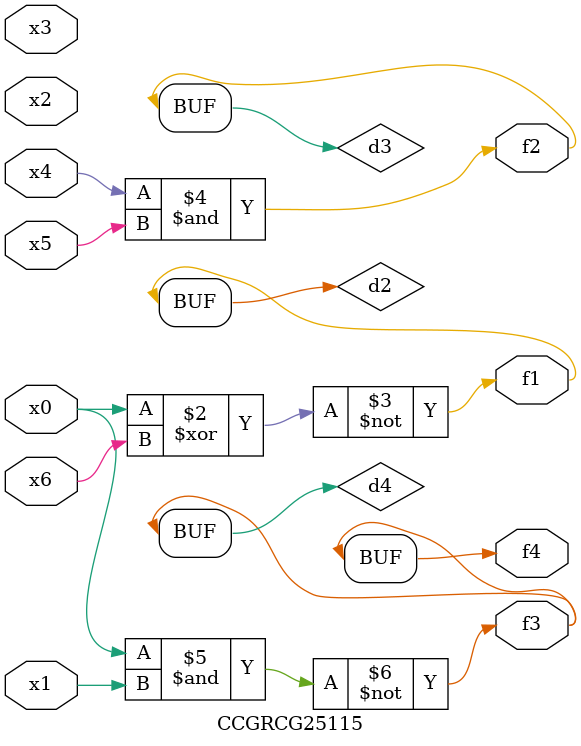
<source format=v>
module CCGRCG25115(
	input x0, x1, x2, x3, x4, x5, x6,
	output f1, f2, f3, f4
);

	wire d1, d2, d3, d4;

	nor (d1, x0);
	xnor (d2, x0, x6);
	and (d3, x4, x5);
	nand (d4, x0, x1);
	assign f1 = d2;
	assign f2 = d3;
	assign f3 = d4;
	assign f4 = d4;
endmodule

</source>
